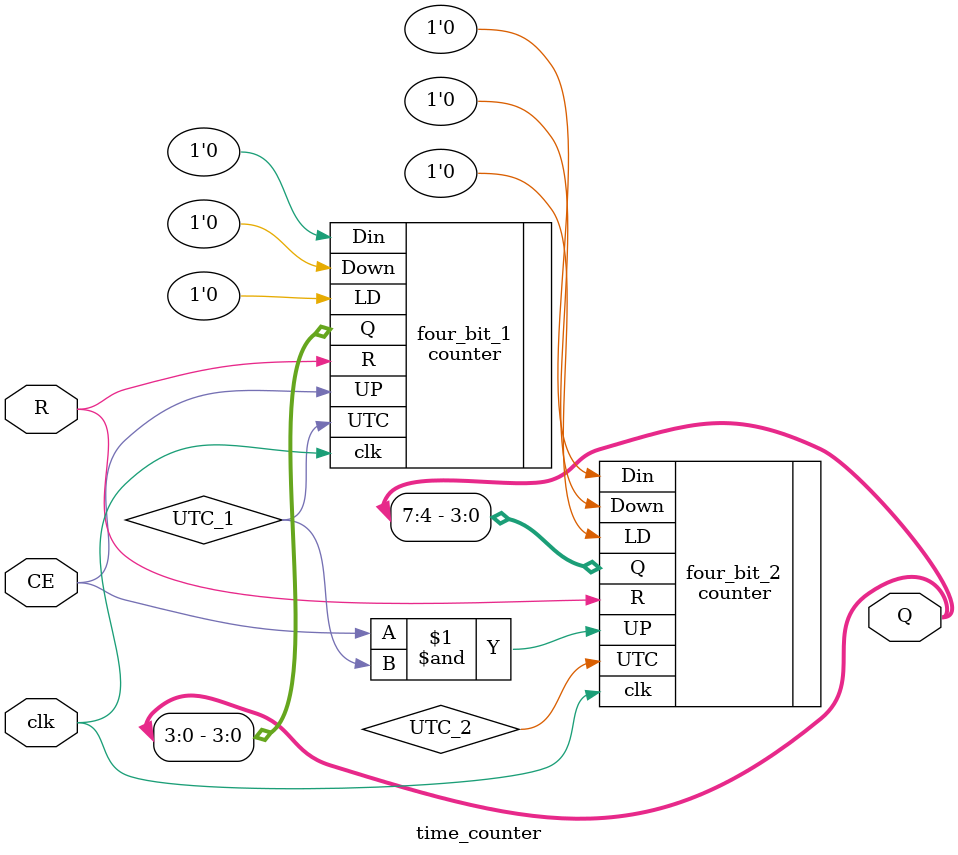
<source format=v>
`timescale 1ns / 1ps


module time_counter(
    input clk,
    input R,
    input CE,
    output [7:0] Q
    );
    
    wire UTC_1, UTC_2;
    
    counter four_bit_1 (.clk(clk), .R(R), .Din(1'b0), .Down(1'b0), .LD(1'b0), .UP(CE), .Q(Q[3:0]), .UTC(UTC_1));
    counter four_bit_2 (.clk(clk), .R(R), .Din(1'b0), .UP(CE & UTC_1), .Down(1'b0), .LD(1'b0), .Q(Q[7:4]), .UTC(UTC_2));
    
endmodule

</source>
